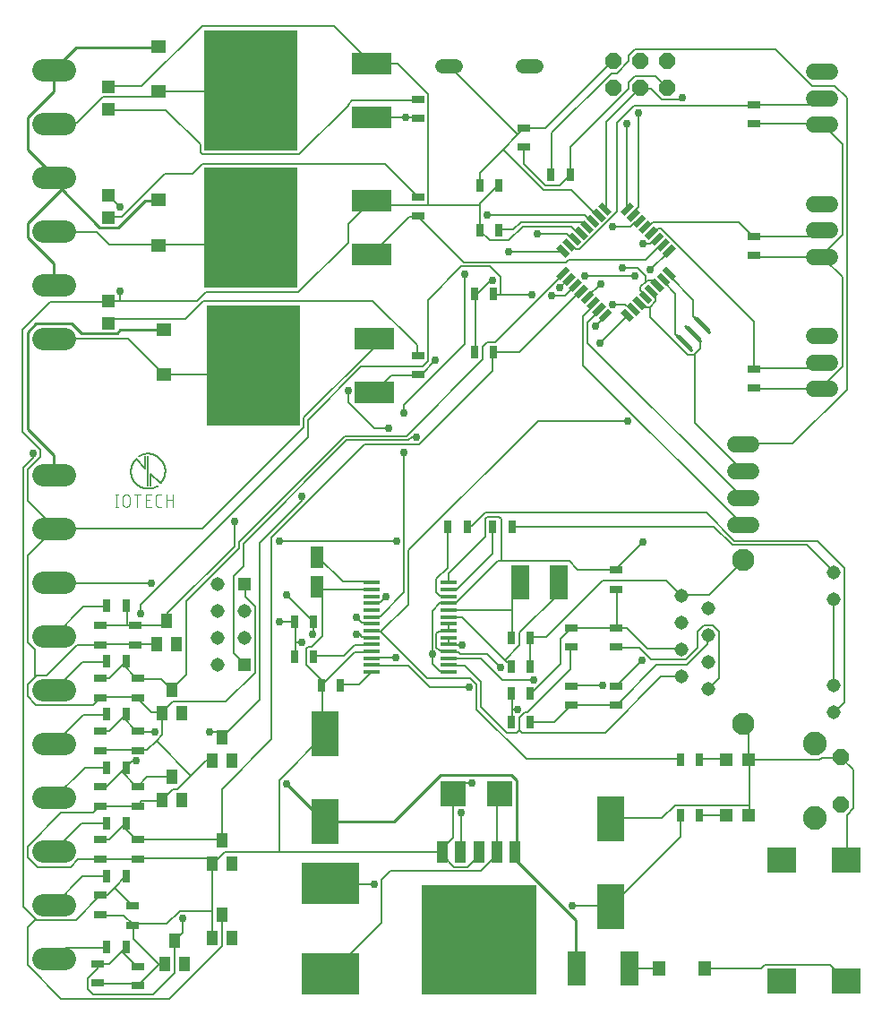
<source format=gbr>
G04 EAGLE Gerber RS-274X export*
G75*
%MOMM*%
%FSLAX34Y34*%
%LPD*%
%INTop Copper*%
%IPPOS*%
%AMOC8*
5,1,8,0,0,1.08239X$1,22.5*%
G01*
%ADD10R,1.200000X1.200000*%
%ADD11R,1.270000X1.470000*%
%ADD12R,0.800000X1.200000*%
%ADD13R,1.780000X3.200000*%
%ADD14R,2.800000X2.400000*%
%ADD15R,1.200000X0.800000*%
%ADD16R,1.470000X1.270000*%
%ADD17R,3.810000X2.082800*%
%ADD18R,8.890000X11.430000*%
%ADD19R,1.308000X1.308000*%
%ADD20C,1.308000*%
%ADD21C,2.095500*%
%ADD22R,1.500000X0.400000*%
%ADD23R,1.700000X3.300000*%
%ADD24R,1.200000X2.000000*%
%ADD25C,2.100000*%
%ADD26C,1.524000*%
%ADD27R,1.270000X0.558800*%
%ADD28R,0.558800X1.270000*%
%ADD29C,0.450000*%
%ADD30C,0.254000*%
%ADD31R,2.500000X4.300000*%
%ADD32R,5.500000X4.000000*%
%ADD33R,10.800000X10.410000*%
%ADD34R,1.066800X2.159000*%
%ADD35R,2.400000X2.400000*%
%ADD36C,0.127000*%
%ADD37C,0.101600*%
%ADD38P,1.649562X8X112.500000*%
%ADD39C,2.247900*%
%ADD40P,1.632244X8X22.500000*%
%ADD41R,1.000000X1.400000*%
%ADD42C,1.320800*%
%ADD43C,0.756400*%
%ADD44C,0.203200*%


D10*
X728000Y200000D03*
X707000Y200000D03*
D11*
X686500Y55000D03*
X643500Y55000D03*
D12*
X681500Y200000D03*
X663500Y200000D03*
D13*
X614900Y55000D03*
X565100Y55000D03*
D14*
X820000Y43000D03*
X820000Y157000D03*
X759000Y43000D03*
X759000Y157000D03*
D15*
X415000Y876500D03*
X415000Y858500D03*
D16*
X170000Y883500D03*
X170000Y926500D03*
D17*
X371400Y859600D03*
X371400Y910400D03*
D18*
X257100Y885000D03*
D15*
X732500Y621500D03*
X732500Y603500D03*
X732500Y746500D03*
X732500Y728500D03*
X415000Y784000D03*
X415000Y766000D03*
D16*
X170000Y738500D03*
X170000Y781500D03*
D17*
X371400Y729600D03*
X371400Y780400D03*
D18*
X257100Y755000D03*
D19*
X251125Y418250D03*
X251125Y342050D03*
D20*
X251125Y392850D03*
X251125Y367450D03*
X225725Y367450D03*
X225725Y392850D03*
X225725Y418250D03*
X225725Y342050D03*
D21*
X81278Y904500D02*
X60323Y904500D01*
X60323Y853700D02*
X81278Y853700D01*
X81278Y650500D02*
X60323Y650500D01*
X60323Y802900D02*
X81278Y802900D01*
X81278Y752100D02*
X60323Y752100D01*
X60323Y701300D02*
X81278Y701300D01*
D15*
X415000Y634000D03*
X415000Y616000D03*
D16*
X175000Y616000D03*
X175000Y659000D03*
D17*
X373900Y599600D03*
X373900Y650400D03*
D18*
X259600Y625000D03*
D15*
X732500Y871500D03*
X732500Y853500D03*
X115000Y361000D03*
X115000Y379000D03*
X115000Y311000D03*
X115000Y329000D03*
X115000Y261000D03*
X115000Y279000D03*
D22*
X371250Y419750D03*
X371250Y413250D03*
X371250Y406750D03*
X371250Y400250D03*
X371250Y393750D03*
X371250Y387250D03*
X371250Y380750D03*
X371250Y374250D03*
X371250Y367750D03*
X371250Y361250D03*
X371250Y354750D03*
X371250Y348250D03*
X371250Y341750D03*
X371250Y335250D03*
X443750Y335250D03*
X443750Y341750D03*
X443750Y348250D03*
X443750Y354750D03*
X443750Y361250D03*
X443750Y367750D03*
X443750Y374250D03*
X443750Y380750D03*
X443750Y387250D03*
X443750Y393750D03*
X443750Y400250D03*
X443750Y406750D03*
X443750Y413250D03*
X443750Y419750D03*
D12*
X316500Y350000D03*
X298500Y350000D03*
X316500Y382500D03*
X298500Y382500D03*
X341500Y322500D03*
X323500Y322500D03*
D23*
X511500Y420000D03*
X548500Y420000D03*
D12*
X503500Y340000D03*
X521500Y340000D03*
X503500Y367500D03*
X521500Y367500D03*
D15*
X560000Y358500D03*
X560000Y376500D03*
X602500Y358500D03*
X602500Y376500D03*
X602500Y303500D03*
X602500Y321500D03*
X560000Y303500D03*
X560000Y321500D03*
D12*
X521500Y315000D03*
X503500Y315000D03*
D15*
X602500Y431500D03*
X602500Y413500D03*
D12*
X521500Y287500D03*
X503500Y287500D03*
D24*
X320000Y444000D03*
X320000Y416000D03*
D12*
X504000Y472500D03*
X486000Y472500D03*
X461500Y472500D03*
X443500Y472500D03*
D25*
X722700Y285750D03*
X722700Y440650D03*
D20*
X808400Y429450D03*
X808400Y404050D03*
X808400Y322350D03*
X808400Y296950D03*
X664300Y407600D03*
X664300Y382200D03*
X664300Y356800D03*
X664300Y331400D03*
X689700Y395000D03*
X689700Y369600D03*
X689700Y344200D03*
X689700Y318800D03*
D26*
X714880Y550600D02*
X730120Y550600D01*
X730120Y525200D02*
X714880Y525200D01*
X714880Y499800D02*
X730120Y499800D01*
X730120Y474400D02*
X714880Y474400D01*
D15*
X515000Y831000D03*
X515000Y849000D03*
D12*
X473500Y795000D03*
X491500Y795000D03*
X473500Y752500D03*
X491500Y752500D03*
X663500Y252500D03*
X681500Y252500D03*
D10*
X728000Y252500D03*
X707000Y252500D03*
D27*
G36*
X610540Y678813D02*
X619519Y669834D01*
X615568Y665883D01*
X606589Y674862D01*
X610540Y678813D01*
G37*
G36*
X616197Y684470D02*
X625176Y675491D01*
X621225Y671540D01*
X612246Y680519D01*
X616197Y684470D01*
G37*
G36*
X621854Y690126D02*
X630833Y681147D01*
X626882Y677196D01*
X617903Y686175D01*
X621854Y690126D01*
G37*
G36*
X627511Y695783D02*
X636490Y686804D01*
X632539Y682853D01*
X623560Y691832D01*
X627511Y695783D01*
G37*
G36*
X633168Y701440D02*
X642147Y692461D01*
X638196Y688510D01*
X629217Y697489D01*
X633168Y701440D01*
G37*
G36*
X638825Y707097D02*
X647804Y698118D01*
X643853Y694167D01*
X634874Y703146D01*
X638825Y707097D01*
G37*
G36*
X644481Y712754D02*
X653460Y703775D01*
X649509Y699824D01*
X640530Y708803D01*
X644481Y712754D01*
G37*
G36*
X650138Y718411D02*
X659117Y709432D01*
X655166Y705481D01*
X646187Y714460D01*
X650138Y718411D01*
G37*
D28*
G36*
X655166Y739519D02*
X659117Y735568D01*
X650138Y726589D01*
X646187Y730540D01*
X655166Y739519D01*
G37*
G36*
X649509Y745176D02*
X653460Y741225D01*
X644481Y732246D01*
X640530Y736197D01*
X649509Y745176D01*
G37*
G36*
X643853Y750833D02*
X647804Y746882D01*
X638825Y737903D01*
X634874Y741854D01*
X643853Y750833D01*
G37*
G36*
X638196Y756490D02*
X642147Y752539D01*
X633168Y743560D01*
X629217Y747511D01*
X638196Y756490D01*
G37*
G36*
X632539Y762147D02*
X636490Y758196D01*
X627511Y749217D01*
X623560Y753168D01*
X632539Y762147D01*
G37*
G36*
X626882Y767804D02*
X630833Y763853D01*
X621854Y754874D01*
X617903Y758825D01*
X626882Y767804D01*
G37*
G36*
X621225Y773460D02*
X625176Y769509D01*
X616197Y760530D01*
X612246Y764481D01*
X621225Y773460D01*
G37*
G36*
X615568Y779117D02*
X619519Y775166D01*
X610540Y766187D01*
X606589Y770138D01*
X615568Y779117D01*
G37*
D27*
G36*
X589432Y779117D02*
X598411Y770138D01*
X594460Y766187D01*
X585481Y775166D01*
X589432Y779117D01*
G37*
G36*
X583775Y773460D02*
X592754Y764481D01*
X588803Y760530D01*
X579824Y769509D01*
X583775Y773460D01*
G37*
G36*
X578118Y767804D02*
X587097Y758825D01*
X583146Y754874D01*
X574167Y763853D01*
X578118Y767804D01*
G37*
G36*
X572461Y762147D02*
X581440Y753168D01*
X577489Y749217D01*
X568510Y758196D01*
X572461Y762147D01*
G37*
G36*
X566804Y756490D02*
X575783Y747511D01*
X571832Y743560D01*
X562853Y752539D01*
X566804Y756490D01*
G37*
G36*
X561147Y750833D02*
X570126Y741854D01*
X566175Y737903D01*
X557196Y746882D01*
X561147Y750833D01*
G37*
G36*
X555491Y745176D02*
X564470Y736197D01*
X560519Y732246D01*
X551540Y741225D01*
X555491Y745176D01*
G37*
G36*
X549834Y739519D02*
X558813Y730540D01*
X554862Y726589D01*
X545883Y735568D01*
X549834Y739519D01*
G37*
D28*
G36*
X554862Y718411D02*
X558813Y714460D01*
X549834Y705481D01*
X545883Y709432D01*
X554862Y718411D01*
G37*
G36*
X560519Y712754D02*
X564470Y708803D01*
X555491Y699824D01*
X551540Y703775D01*
X560519Y712754D01*
G37*
G36*
X566175Y707097D02*
X570126Y703146D01*
X561147Y694167D01*
X557196Y698118D01*
X566175Y707097D01*
G37*
G36*
X571832Y701440D02*
X575783Y697489D01*
X566804Y688510D01*
X562853Y692461D01*
X571832Y701440D01*
G37*
G36*
X577489Y695783D02*
X581440Y691832D01*
X572461Y682853D01*
X568510Y686804D01*
X577489Y695783D01*
G37*
G36*
X583146Y690126D02*
X587097Y686175D01*
X578118Y677196D01*
X574167Y681147D01*
X583146Y690126D01*
G37*
G36*
X588803Y684470D02*
X592754Y680519D01*
X583775Y671540D01*
X579824Y675491D01*
X588803Y684470D01*
G37*
G36*
X594460Y678813D02*
X598411Y674862D01*
X589432Y665883D01*
X585481Y669834D01*
X594460Y678813D01*
G37*
D12*
X559000Y805000D03*
X541000Y805000D03*
X486500Y692500D03*
X468500Y692500D03*
D29*
X661371Y651659D02*
X671659Y641371D01*
X680144Y649856D02*
X669856Y660144D01*
X678341Y668629D02*
X688629Y658341D01*
D30*
X666515Y646515D02*
X659331Y653699D01*
X666515Y646515D02*
X673699Y639331D01*
X683485Y663485D02*
X676301Y670669D01*
X683485Y663485D02*
X690669Y656301D01*
X675000Y655000D02*
X667816Y662184D01*
X675000Y655000D02*
X682184Y647816D01*
D12*
X486500Y637500D03*
X468500Y637500D03*
D31*
X327500Y193500D03*
X327500Y276500D03*
X597500Y113500D03*
X597500Y196500D03*
D32*
X332500Y135000D03*
X332500Y50000D03*
D33*
X472500Y82100D03*
D34*
X506536Y165412D03*
X489518Y165412D03*
X472500Y165412D03*
X455482Y165412D03*
X438464Y165412D03*
D35*
X492000Y220000D03*
X448000Y220000D03*
D36*
X160000Y511030D02*
X160000Y538970D01*
X162540Y522460D02*
X162540Y511030D01*
X171430Y513570D02*
X162540Y522460D01*
X157460Y527540D02*
X148570Y536430D01*
X157460Y538970D02*
X157460Y527540D01*
X151110Y538971D02*
X151449Y539180D01*
X151793Y539381D01*
X152142Y539574D01*
X152495Y539758D01*
X152853Y539933D01*
X153215Y540100D01*
X153581Y540258D01*
X153951Y540407D01*
X154324Y540546D01*
X154701Y540677D01*
X155080Y540798D01*
X155463Y540911D01*
X155848Y541013D01*
X156235Y541107D01*
X156625Y541191D01*
X157016Y541265D01*
X157409Y541330D01*
X157804Y541385D01*
X158200Y541431D01*
X158597Y541467D01*
X158995Y541493D01*
X159393Y541510D01*
X159791Y541517D01*
X160190Y541514D01*
X160588Y541501D01*
X160986Y541479D01*
X161383Y541447D01*
X161780Y541406D01*
X162175Y541355D01*
X162569Y541294D01*
X162961Y541224D01*
X163351Y541144D01*
X163740Y541054D01*
X164126Y540955D01*
X164509Y540847D01*
X164890Y540730D01*
X165268Y540603D01*
X165643Y540467D01*
X166014Y540322D01*
X166382Y540168D01*
X166745Y540005D01*
X167105Y539833D01*
X167460Y539653D01*
X167811Y539464D01*
X168157Y539267D01*
X168499Y539061D01*
X168835Y538847D01*
X169165Y538624D01*
X169491Y538394D01*
X169810Y538156D01*
X170124Y537910D01*
X170432Y537657D01*
X170733Y537396D01*
X171028Y537128D01*
X171316Y536853D01*
X171598Y536571D01*
X171872Y536282D01*
X172140Y535986D01*
X172400Y535684D01*
X172653Y535376D01*
X172898Y535062D01*
X173135Y534742D01*
X173365Y534416D01*
X173586Y534085D01*
X173800Y533748D01*
X174005Y533407D01*
X174202Y533060D01*
X174390Y532709D01*
X174570Y532353D01*
X174741Y531993D01*
X174903Y531629D01*
X175056Y531261D01*
X175200Y530890D01*
X175335Y530515D01*
X175461Y530137D01*
X175578Y529756D01*
X175685Y529372D01*
X175783Y528985D01*
X175872Y528597D01*
X175951Y528206D01*
X176021Y527814D01*
X176080Y527420D01*
X176131Y527025D01*
X176172Y526628D01*
X176203Y526231D01*
X176224Y525833D01*
X176236Y525435D01*
X176238Y525036D01*
X176230Y524638D01*
X176212Y524239D01*
X176185Y523842D01*
X176148Y523445D01*
X176102Y523049D01*
X176046Y522655D01*
X175980Y522261D01*
X175905Y521870D01*
X175820Y521481D01*
X175726Y521093D01*
X175622Y520709D01*
X175509Y520326D01*
X175387Y519947D01*
X175256Y519571D01*
X175115Y519198D01*
X174965Y518829D01*
X174807Y518463D01*
X174639Y518101D01*
X174463Y517744D01*
X174278Y517391D01*
X174085Y517042D01*
X173883Y516699D01*
X173673Y516360D01*
X173455Y516027D01*
X173229Y515699D01*
X172994Y515376D01*
X172752Y515060D01*
X172503Y514749D01*
X172245Y514445D01*
X171981Y514146D01*
X171709Y513855D01*
X171430Y513570D01*
X168890Y511029D02*
X168551Y510820D01*
X168207Y510619D01*
X167858Y510426D01*
X167505Y510242D01*
X167147Y510067D01*
X166785Y509900D01*
X166419Y509742D01*
X166049Y509593D01*
X165676Y509454D01*
X165299Y509323D01*
X164920Y509202D01*
X164537Y509089D01*
X164152Y508987D01*
X163765Y508893D01*
X163375Y508809D01*
X162984Y508735D01*
X162591Y508670D01*
X162196Y508615D01*
X161800Y508569D01*
X161403Y508533D01*
X161005Y508507D01*
X160607Y508490D01*
X160209Y508483D01*
X159810Y508486D01*
X159412Y508499D01*
X159014Y508521D01*
X158617Y508553D01*
X158220Y508594D01*
X157825Y508645D01*
X157431Y508706D01*
X157039Y508776D01*
X156649Y508856D01*
X156260Y508946D01*
X155874Y509045D01*
X155491Y509153D01*
X155110Y509270D01*
X154732Y509397D01*
X154357Y509533D01*
X153986Y509678D01*
X153618Y509832D01*
X153255Y509995D01*
X152895Y510167D01*
X152540Y510347D01*
X152189Y510536D01*
X151843Y510733D01*
X151501Y510939D01*
X151165Y511153D01*
X150835Y511376D01*
X150509Y511606D01*
X150190Y511844D01*
X149876Y512090D01*
X149568Y512343D01*
X149267Y512604D01*
X148972Y512872D01*
X148684Y513147D01*
X148402Y513429D01*
X148128Y513718D01*
X147860Y514014D01*
X147600Y514316D01*
X147347Y514624D01*
X147102Y514938D01*
X146865Y515258D01*
X146635Y515584D01*
X146414Y515915D01*
X146200Y516252D01*
X145995Y516593D01*
X145798Y516940D01*
X145610Y517291D01*
X145430Y517647D01*
X145259Y518007D01*
X145097Y518371D01*
X144944Y518739D01*
X144800Y519110D01*
X144665Y519485D01*
X144539Y519863D01*
X144422Y520244D01*
X144315Y520628D01*
X144217Y521015D01*
X144128Y521403D01*
X144049Y521794D01*
X143979Y522186D01*
X143920Y522580D01*
X143869Y522975D01*
X143828Y523372D01*
X143797Y523769D01*
X143776Y524167D01*
X143764Y524565D01*
X143762Y524964D01*
X143770Y525362D01*
X143788Y525761D01*
X143815Y526158D01*
X143852Y526555D01*
X143898Y526951D01*
X143954Y527345D01*
X144020Y527739D01*
X144095Y528130D01*
X144180Y528519D01*
X144274Y528907D01*
X144378Y529291D01*
X144491Y529674D01*
X144613Y530053D01*
X144744Y530429D01*
X144885Y530802D01*
X145035Y531171D01*
X145193Y531537D01*
X145361Y531899D01*
X145537Y532256D01*
X145722Y532609D01*
X145915Y532958D01*
X146117Y533301D01*
X146327Y533640D01*
X146545Y533973D01*
X146771Y534301D01*
X147006Y534624D01*
X147248Y534940D01*
X147497Y535251D01*
X147755Y535555D01*
X148019Y535854D01*
X148291Y536145D01*
X148570Y536430D01*
D37*
X130056Y502902D02*
X130056Y491218D01*
X128758Y491218D02*
X131354Y491218D01*
X131354Y502902D02*
X128758Y502902D01*
X135955Y499656D02*
X135955Y494464D01*
X135954Y499656D02*
X135956Y499769D01*
X135962Y499882D01*
X135972Y499995D01*
X135986Y500108D01*
X136003Y500220D01*
X136025Y500331D01*
X136050Y500441D01*
X136080Y500551D01*
X136113Y500659D01*
X136150Y500766D01*
X136190Y500872D01*
X136235Y500976D01*
X136283Y501079D01*
X136334Y501180D01*
X136389Y501279D01*
X136447Y501376D01*
X136509Y501471D01*
X136574Y501564D01*
X136642Y501654D01*
X136713Y501742D01*
X136788Y501828D01*
X136865Y501911D01*
X136945Y501991D01*
X137028Y502068D01*
X137114Y502143D01*
X137202Y502214D01*
X137292Y502282D01*
X137385Y502347D01*
X137480Y502409D01*
X137577Y502467D01*
X137676Y502522D01*
X137777Y502573D01*
X137880Y502621D01*
X137984Y502666D01*
X138090Y502706D01*
X138197Y502743D01*
X138305Y502776D01*
X138415Y502806D01*
X138525Y502831D01*
X138636Y502853D01*
X138748Y502870D01*
X138861Y502884D01*
X138974Y502894D01*
X139087Y502900D01*
X139200Y502902D01*
X139313Y502900D01*
X139426Y502894D01*
X139539Y502884D01*
X139652Y502870D01*
X139764Y502853D01*
X139875Y502831D01*
X139985Y502806D01*
X140095Y502776D01*
X140203Y502743D01*
X140310Y502706D01*
X140416Y502666D01*
X140520Y502621D01*
X140623Y502573D01*
X140724Y502522D01*
X140823Y502467D01*
X140920Y502409D01*
X141015Y502347D01*
X141108Y502282D01*
X141198Y502214D01*
X141286Y502143D01*
X141372Y502068D01*
X141455Y501991D01*
X141535Y501911D01*
X141612Y501828D01*
X141687Y501742D01*
X141758Y501654D01*
X141826Y501564D01*
X141891Y501471D01*
X141953Y501376D01*
X142011Y501279D01*
X142066Y501180D01*
X142117Y501079D01*
X142165Y500976D01*
X142210Y500872D01*
X142250Y500766D01*
X142287Y500659D01*
X142320Y500551D01*
X142350Y500441D01*
X142375Y500331D01*
X142397Y500220D01*
X142414Y500108D01*
X142428Y499995D01*
X142438Y499882D01*
X142444Y499769D01*
X142446Y499656D01*
X142446Y494464D01*
X142444Y494351D01*
X142438Y494238D01*
X142428Y494125D01*
X142414Y494012D01*
X142397Y493900D01*
X142375Y493789D01*
X142350Y493679D01*
X142320Y493569D01*
X142287Y493461D01*
X142250Y493354D01*
X142210Y493248D01*
X142165Y493144D01*
X142117Y493041D01*
X142066Y492940D01*
X142011Y492841D01*
X141953Y492744D01*
X141891Y492649D01*
X141826Y492556D01*
X141758Y492466D01*
X141687Y492378D01*
X141612Y492292D01*
X141535Y492209D01*
X141455Y492129D01*
X141372Y492052D01*
X141286Y491977D01*
X141198Y491906D01*
X141108Y491838D01*
X141015Y491773D01*
X140920Y491711D01*
X140823Y491653D01*
X140724Y491598D01*
X140623Y491547D01*
X140520Y491499D01*
X140416Y491454D01*
X140310Y491414D01*
X140203Y491377D01*
X140095Y491344D01*
X139985Y491314D01*
X139875Y491289D01*
X139764Y491267D01*
X139652Y491250D01*
X139539Y491236D01*
X139426Y491226D01*
X139313Y491220D01*
X139200Y491218D01*
X139087Y491220D01*
X138974Y491226D01*
X138861Y491236D01*
X138748Y491250D01*
X138636Y491267D01*
X138525Y491289D01*
X138415Y491314D01*
X138305Y491344D01*
X138197Y491377D01*
X138090Y491414D01*
X137984Y491454D01*
X137880Y491499D01*
X137777Y491547D01*
X137676Y491598D01*
X137577Y491653D01*
X137480Y491711D01*
X137385Y491773D01*
X137292Y491838D01*
X137202Y491906D01*
X137114Y491977D01*
X137028Y492052D01*
X136945Y492129D01*
X136865Y492209D01*
X136788Y492292D01*
X136713Y492378D01*
X136642Y492466D01*
X136574Y492556D01*
X136509Y492649D01*
X136447Y492744D01*
X136389Y492841D01*
X136334Y492940D01*
X136283Y493041D01*
X136235Y493144D01*
X136190Y493248D01*
X136150Y493354D01*
X136113Y493461D01*
X136080Y493569D01*
X136050Y493679D01*
X136025Y493789D01*
X136003Y493900D01*
X135986Y494012D01*
X135972Y494125D01*
X135962Y494238D01*
X135956Y494351D01*
X135954Y494464D01*
X149868Y491218D02*
X149868Y502902D01*
X146623Y502902D02*
X153114Y502902D01*
X157694Y491218D02*
X162887Y491218D01*
X157694Y491218D02*
X157694Y502902D01*
X162887Y502902D01*
X161589Y497709D02*
X157694Y497709D01*
X169760Y491218D02*
X172356Y491218D01*
X169760Y491218D02*
X169661Y491220D01*
X169561Y491226D01*
X169462Y491235D01*
X169364Y491248D01*
X169266Y491265D01*
X169168Y491286D01*
X169072Y491311D01*
X168977Y491339D01*
X168883Y491371D01*
X168790Y491406D01*
X168698Y491445D01*
X168608Y491488D01*
X168520Y491533D01*
X168433Y491583D01*
X168349Y491635D01*
X168266Y491691D01*
X168186Y491749D01*
X168108Y491811D01*
X168033Y491876D01*
X167960Y491944D01*
X167890Y492014D01*
X167822Y492087D01*
X167757Y492162D01*
X167695Y492240D01*
X167637Y492320D01*
X167581Y492403D01*
X167529Y492487D01*
X167479Y492574D01*
X167434Y492662D01*
X167391Y492752D01*
X167352Y492844D01*
X167317Y492937D01*
X167285Y493031D01*
X167257Y493126D01*
X167232Y493222D01*
X167211Y493320D01*
X167194Y493418D01*
X167181Y493516D01*
X167172Y493615D01*
X167166Y493715D01*
X167164Y493814D01*
X167163Y493814D02*
X167163Y500306D01*
X167164Y500306D02*
X167166Y500405D01*
X167172Y500505D01*
X167181Y500604D01*
X167194Y500702D01*
X167211Y500800D01*
X167232Y500898D01*
X167257Y500994D01*
X167285Y501089D01*
X167317Y501183D01*
X167352Y501276D01*
X167391Y501368D01*
X167434Y501458D01*
X167479Y501546D01*
X167529Y501633D01*
X167581Y501717D01*
X167637Y501800D01*
X167695Y501880D01*
X167757Y501958D01*
X167822Y502033D01*
X167890Y502106D01*
X167960Y502176D01*
X168033Y502244D01*
X168108Y502309D01*
X168186Y502371D01*
X168266Y502429D01*
X168349Y502485D01*
X168433Y502537D01*
X168520Y502587D01*
X168608Y502632D01*
X168698Y502675D01*
X168790Y502714D01*
X168882Y502749D01*
X168977Y502781D01*
X169072Y502809D01*
X169168Y502834D01*
X169266Y502855D01*
X169364Y502872D01*
X169462Y502885D01*
X169561Y502894D01*
X169661Y502900D01*
X169760Y502902D01*
X172356Y502902D01*
X177103Y502902D02*
X177103Y491218D01*
X177103Y497709D02*
X183594Y497709D01*
X183594Y502902D02*
X183594Y491218D01*
D38*
X814946Y209894D03*
X814946Y255106D03*
D39*
X790054Y197448D03*
X790054Y267552D03*
D26*
X789880Y652500D02*
X805120Y652500D01*
X805120Y627500D02*
X789880Y627500D01*
X789880Y602500D02*
X805120Y602500D01*
X805120Y777500D02*
X789880Y777500D01*
X789880Y752500D02*
X805120Y752500D01*
X805120Y727500D02*
X789880Y727500D01*
X789880Y902500D02*
X805120Y902500D01*
X805120Y877500D02*
X789880Y877500D01*
X789880Y852500D02*
X805120Y852500D01*
D21*
X81278Y521100D02*
X60323Y521100D01*
X60323Y470300D02*
X81278Y470300D01*
X81278Y63900D02*
X60323Y63900D01*
X60323Y419500D02*
X81278Y419500D01*
X81278Y368700D02*
X60323Y368700D01*
X60323Y114700D02*
X81278Y114700D01*
X81278Y317900D02*
X60323Y317900D01*
X60323Y267100D02*
X81278Y267100D01*
X81278Y165500D02*
X60323Y165500D01*
X60323Y216300D02*
X81278Y216300D01*
D15*
X115000Y208500D03*
X115000Y226500D03*
X115000Y158500D03*
X115000Y176500D03*
X115000Y106000D03*
X115000Y124000D03*
X112500Y41000D03*
X112500Y59000D03*
D40*
X599600Y887300D03*
X599600Y912700D03*
X625000Y887300D03*
X625000Y912700D03*
X650400Y887300D03*
X650400Y912700D03*
D10*
X122500Y685500D03*
X122500Y664500D03*
X122500Y888000D03*
X122500Y867000D03*
X122500Y785500D03*
X122500Y764500D03*
D12*
X139000Y397500D03*
X121000Y397500D03*
D15*
X147500Y379000D03*
X147500Y361000D03*
D41*
X177500Y383500D03*
X187000Y361500D03*
X168000Y361500D03*
D12*
X139000Y345000D03*
X121000Y345000D03*
D15*
X150000Y329000D03*
X150000Y311000D03*
D41*
X182500Y318500D03*
X192000Y296500D03*
X173000Y296500D03*
D12*
X139000Y295000D03*
X121000Y295000D03*
D15*
X150000Y279000D03*
X150000Y261000D03*
D41*
X230000Y273500D03*
X239500Y251500D03*
X220500Y251500D03*
D12*
X139000Y245000D03*
X121000Y245000D03*
D15*
X150000Y226500D03*
X150000Y208500D03*
D41*
X182500Y236000D03*
X192000Y214000D03*
X173000Y214000D03*
D12*
X139000Y192500D03*
X121000Y192500D03*
D15*
X150000Y176500D03*
X150000Y158500D03*
D41*
X230000Y176000D03*
X239500Y154000D03*
X220500Y154000D03*
D12*
X139000Y142500D03*
X121000Y142500D03*
D15*
X145000Y114000D03*
X145000Y96000D03*
D41*
X230000Y106000D03*
X239500Y84000D03*
X220500Y84000D03*
D12*
X139000Y75000D03*
X121000Y75000D03*
D15*
X150000Y56500D03*
X150000Y38500D03*
D41*
X185000Y81000D03*
X194500Y59000D03*
X175500Y59000D03*
D42*
X513996Y907500D02*
X527204Y907500D01*
X451004Y907500D02*
X437796Y907500D01*
D30*
X507189Y165321D02*
X507189Y158178D01*
X564337Y101030D01*
X564337Y55107D01*
X507189Y165321D02*
X506536Y165412D01*
X564337Y55107D02*
X565100Y55000D01*
X392893Y193895D02*
X327581Y193895D01*
X392893Y193895D02*
X436774Y237777D01*
X503107Y237777D01*
X508209Y232674D01*
X508209Y165321D01*
X327581Y193895D02*
X327500Y193500D01*
X506536Y165412D02*
X508209Y165321D01*
X174506Y658223D02*
X133686Y658223D01*
X130624Y655161D01*
X96948Y655161D01*
X87763Y664346D01*
X54087Y664346D01*
X45923Y656182D01*
X45923Y564337D01*
X70415Y539845D01*
X70415Y521476D01*
X174506Y658223D02*
X175000Y659000D01*
X70415Y521476D02*
X70800Y521100D01*
X91845Y925594D02*
X169403Y925594D01*
X91845Y925594D02*
X71435Y905184D01*
X169403Y925594D02*
X170000Y926500D01*
X71435Y905184D02*
X70800Y904500D01*
X157157Y780683D02*
X169403Y780683D01*
X157157Y780683D02*
X131645Y755170D01*
X114296Y755170D01*
X78068Y791398D02*
X71435Y798031D01*
X78068Y791398D02*
X114296Y755170D01*
X71435Y798031D02*
X71435Y802113D01*
X169403Y780683D02*
X170000Y781500D01*
X71435Y802113D02*
X70800Y802900D01*
X70415Y721494D02*
X70415Y702104D01*
X70415Y721494D02*
X45923Y745986D01*
X45923Y759252D01*
X78068Y791398D01*
X70415Y702104D02*
X70800Y701300D01*
X70415Y883753D02*
X70415Y904163D01*
X70415Y883753D02*
X45923Y859261D01*
X45923Y828646D01*
X70415Y804154D01*
X70415Y904163D02*
X70800Y904500D01*
X70415Y804154D02*
X70800Y802900D01*
X290843Y229613D02*
X326560Y193895D01*
X327500Y193500D01*
D43*
X290843Y229613D03*
D44*
X808236Y322478D02*
X808236Y403098D01*
X808400Y404050D01*
X808236Y322478D02*
X808400Y322350D01*
X820482Y200018D02*
X820482Y157157D01*
X820482Y200018D02*
X826605Y206141D01*
X826605Y242879D01*
X815380Y254105D01*
X820482Y157157D02*
X820000Y157000D01*
X815380Y254105D02*
X814946Y255106D01*
X728637Y252064D02*
X728637Y209203D01*
X728637Y200018D01*
X728000Y200000D01*
X728637Y252064D02*
X728000Y252500D01*
X442897Y355134D02*
X435754Y355134D01*
X432692Y358196D01*
X432692Y371462D01*
X434733Y373503D01*
X442897Y373503D01*
X442897Y355134D02*
X443750Y354750D01*
X442897Y373503D02*
X443750Y374250D01*
X443918Y374524D02*
X443918Y380647D01*
X443750Y380750D01*
X443918Y374524D02*
X443750Y374250D01*
X504127Y314314D02*
X504127Y300027D01*
X504127Y287781D01*
X503500Y287500D01*
X504127Y314314D02*
X503500Y315000D01*
X504127Y300027D02*
X509230Y300027D01*
X453102Y354114D02*
X443918Y354114D01*
X453102Y354114D02*
X455143Y352073D01*
X480656Y352073D01*
X492902Y339827D01*
X443918Y354114D02*
X443750Y354750D01*
X727617Y281658D02*
X727617Y253084D01*
X727617Y281658D02*
X723535Y285740D01*
X727617Y253084D02*
X728000Y252500D01*
X723535Y285740D02*
X722700Y285750D01*
X645977Y196957D02*
X598013Y196957D01*
X645977Y196957D02*
X658223Y209203D01*
X728637Y209203D01*
X598013Y196957D02*
X597500Y196500D01*
X797011Y254105D02*
X814359Y254105D01*
X797011Y254105D02*
X794970Y252064D01*
X729658Y252064D01*
X814359Y254105D02*
X814946Y255106D01*
X729658Y252064D02*
X728000Y252500D01*
X521476Y340847D02*
X521476Y367380D01*
X521476Y340847D02*
X521500Y340000D01*
X521476Y367380D02*
X521500Y367500D01*
X522496Y368401D02*
X536783Y368401D01*
X589849Y421467D01*
X650059Y421467D01*
X663325Y408200D01*
X522496Y368401D02*
X521500Y367500D01*
X663325Y408200D02*
X664300Y407600D01*
X627608Y682715D02*
X624546Y682715D01*
X627608Y682715D02*
X630669Y679653D01*
X633731Y679653D01*
X634241Y680163D02*
X639854Y685776D01*
X634241Y680163D02*
X633731Y679653D01*
X639854Y685776D02*
X639854Y690879D01*
X635772Y694961D01*
X624368Y683661D02*
X624546Y682715D01*
X635682Y694975D02*
X635772Y694961D01*
X681694Y646997D02*
X681694Y640874D01*
X676081Y635261D02*
X675571Y634751D01*
X676081Y635261D02*
X681694Y640874D01*
X675571Y634751D02*
X670469Y634751D01*
X634751Y670469D01*
X634751Y679653D01*
X675000Y655000D02*
X681694Y646997D01*
X634751Y679653D02*
X634241Y680163D01*
X676592Y634751D02*
X676592Y570460D01*
X721494Y525558D01*
X676592Y634751D02*
X676081Y635261D01*
X721494Y525558D02*
X722500Y525200D01*
X690879Y408200D02*
X664346Y408200D01*
X690879Y408200D02*
X722514Y439836D01*
X664346Y408200D02*
X664300Y407600D01*
X722514Y439836D02*
X722700Y440650D01*
X324519Y413303D02*
X322478Y413303D01*
X324519Y413303D02*
X370442Y413303D01*
X322478Y413303D02*
X320437Y415344D01*
X370442Y413303D02*
X371250Y413250D01*
X320437Y415344D02*
X320000Y416000D01*
X324519Y322478D02*
X324519Y278597D01*
X326560Y276556D01*
X324519Y322478D02*
X323500Y322500D01*
X326560Y276556D02*
X327500Y276500D01*
X355134Y354114D02*
X370442Y354114D01*
X355134Y354114D02*
X324519Y323499D01*
X370442Y354114D02*
X371250Y354750D01*
X324519Y323499D02*
X323500Y322500D01*
X324519Y369421D02*
X324519Y413303D01*
X324519Y369421D02*
X314314Y359216D01*
X311253Y359216D01*
X309212Y357175D01*
X309212Y341868D01*
X325540Y325540D01*
X324519Y413303D02*
X320000Y416000D01*
X325540Y325540D02*
X323500Y322500D01*
X136747Y105112D02*
X115317Y105112D01*
X136747Y105112D02*
X144911Y96948D01*
X115317Y105112D02*
X115000Y106000D01*
X144911Y96948D02*
X145000Y96000D01*
X146952Y40820D02*
X113276Y40820D01*
X146952Y40820D02*
X148993Y38779D01*
X113276Y40820D02*
X112500Y41000D01*
X148993Y38779D02*
X150000Y38500D01*
X169403Y58169D02*
X170424Y58169D01*
X174506Y58169D01*
X169403Y58169D02*
X150014Y38779D01*
X174506Y58169D02*
X175500Y59000D01*
X150014Y38779D02*
X150000Y38500D01*
X145932Y82661D02*
X145932Y95927D01*
X145932Y82661D02*
X170424Y58169D01*
X145932Y95927D02*
X145000Y96000D01*
X438815Y161239D02*
X438815Y165321D01*
X438815Y161239D02*
X449020Y151034D01*
X462287Y151034D01*
X472492Y161239D01*
X472492Y165321D01*
X438815Y165321D02*
X438464Y165412D01*
X472492Y165321D02*
X472500Y165412D01*
X448000Y178588D02*
X448000Y219408D01*
X448000Y178588D02*
X438815Y169403D01*
X438815Y166342D01*
X448000Y219408D02*
X448000Y220000D01*
X438815Y166342D02*
X438464Y165412D01*
X148993Y158178D02*
X115317Y158178D01*
X115000Y158500D01*
X148993Y158178D02*
X150000Y158500D01*
X220428Y153075D02*
X220428Y109194D01*
X220428Y84702D01*
X220500Y84000D01*
X220428Y153075D02*
X220500Y154000D01*
X215326Y159198D02*
X150014Y159198D01*
X215326Y159198D02*
X220428Y154096D01*
X150000Y158500D02*
X150014Y159198D01*
X220428Y154096D02*
X220500Y154000D01*
X232674Y165321D02*
X283699Y165321D01*
X437795Y165321D01*
X232674Y165321D02*
X221449Y154096D01*
X437795Y165321D02*
X438464Y165412D01*
X221449Y154096D02*
X220500Y154000D01*
X177567Y96948D02*
X145932Y96948D01*
X177567Y96948D02*
X189813Y109194D01*
X220428Y109194D01*
X145932Y96948D02*
X145000Y96000D01*
X283699Y232674D02*
X326560Y275535D01*
X283699Y232674D02*
X283699Y165321D01*
X326560Y275535D02*
X327500Y276500D01*
X154096Y888856D02*
X123481Y888856D01*
X154096Y888856D02*
X211244Y946004D01*
X335745Y946004D01*
X370442Y911307D01*
X123481Y888856D02*
X122500Y888000D01*
X370442Y911307D02*
X371400Y910400D01*
X473512Y777621D02*
X473512Y776601D01*
X473512Y753129D01*
X473512Y777621D02*
X490861Y794970D01*
X473512Y753129D02*
X473500Y752500D01*
X490861Y794970D02*
X491500Y795000D01*
X566378Y750068D02*
X568419Y750068D01*
X566378Y750068D02*
X560255Y756191D01*
X514332Y756191D01*
X501066Y742924D01*
X482697Y742924D01*
X473512Y752109D01*
X568419Y750068D02*
X569318Y750025D01*
X473512Y752109D02*
X473500Y752500D01*
X206141Y685776D02*
X133686Y685776D01*
X123481Y685776D01*
X206141Y685776D02*
X214305Y693940D01*
X302068Y693940D01*
X349011Y740883D01*
X349011Y758232D01*
X370442Y779662D01*
X123481Y685776D02*
X122500Y685500D01*
X370442Y779662D02*
X371400Y780400D01*
X133686Y774560D02*
X123481Y784765D01*
X133686Y694961D02*
X133686Y685776D01*
X123481Y784765D02*
X122500Y785500D01*
X374524Y776601D02*
X424528Y776601D01*
X473512Y776601D01*
X374524Y776601D02*
X371462Y779662D01*
X371400Y780400D01*
X371462Y910286D02*
X395954Y910286D01*
X424528Y881712D01*
X424528Y776601D01*
X371462Y910286D02*
X371400Y910400D01*
X148993Y208182D02*
X115317Y208182D01*
X115000Y208500D01*
X148993Y208182D02*
X150000Y208500D01*
X154096Y213285D02*
X172465Y213285D01*
X154096Y213285D02*
X150014Y209203D01*
X172465Y213285D02*
X173000Y214000D01*
X150014Y209203D02*
X150000Y208500D01*
X214305Y251043D02*
X220428Y251043D01*
X200528Y237266D02*
X187772Y224510D01*
X200528Y237266D02*
X214305Y251043D01*
X187772Y224510D02*
X183690Y224510D01*
X173485Y214305D01*
X220428Y251043D02*
X220500Y251500D01*
X173485Y214305D02*
X173000Y214000D01*
X146952Y361257D02*
X115317Y361257D01*
X115000Y361000D01*
X146952Y361257D02*
X147500Y361000D01*
X147973Y361257D02*
X167362Y361257D01*
X168000Y361500D01*
X147973Y361257D02*
X147500Y361000D01*
X148993Y261248D02*
X115317Y261248D01*
X115000Y261000D01*
X148993Y261248D02*
X150000Y261000D01*
X148993Y311253D02*
X115317Y311253D01*
X115000Y311000D01*
X148993Y311253D02*
X150000Y311000D01*
X163280Y296966D02*
X172465Y296966D01*
X163280Y296966D02*
X150014Y310232D01*
X172465Y296966D02*
X173000Y296500D01*
X150014Y310232D02*
X150000Y311000D01*
X151034Y261248D02*
X159198Y261248D01*
X167872Y269922D02*
X173485Y275535D01*
X167872Y269922D02*
X159198Y261248D01*
X173485Y275535D02*
X173485Y295945D01*
X151034Y261248D02*
X150000Y261000D01*
X173485Y295945D02*
X173000Y296500D01*
X252064Y406159D02*
X252064Y417385D01*
X252064Y406159D02*
X261248Y396975D01*
X261248Y334724D01*
X233695Y307171D01*
X183690Y307171D01*
X173485Y296966D01*
X252064Y417385D02*
X251125Y418250D01*
X173485Y296966D02*
X173000Y296500D01*
X114296Y360237D02*
X92866Y360237D01*
X64292Y331663D01*
X54087Y331663D01*
X53576Y331152D02*
X45923Y323499D01*
X53576Y331152D02*
X54087Y331663D01*
X45923Y323499D02*
X45923Y312273D01*
X54087Y304109D01*
X108173Y304109D01*
X114296Y310232D01*
X114296Y360237D02*
X115000Y361000D01*
X115000Y311000D02*
X114296Y310232D01*
X167872Y269922D02*
X200528Y237266D01*
X373503Y641895D02*
X373503Y650059D01*
X373503Y641895D02*
X307171Y575562D01*
X307171Y566378D01*
X211244Y470451D01*
X71435Y470451D01*
X373503Y650059D02*
X373900Y650400D01*
X71435Y470451D02*
X70800Y470300D01*
X53066Y356155D02*
X53066Y331663D01*
X53066Y356155D02*
X45923Y363298D01*
X45923Y444938D01*
X70415Y469430D01*
X53066Y331663D02*
X53576Y331152D01*
X70415Y469430D02*
X70800Y470300D01*
X67353Y684756D02*
X122460Y684756D01*
X67353Y684756D02*
X40820Y658223D01*
X40820Y562296D01*
X58169Y544947D01*
X58169Y538824D01*
X45923Y526578D01*
X45923Y496984D01*
X71435Y471471D01*
X122460Y684756D02*
X122500Y685500D01*
X71435Y471471D02*
X70800Y470300D01*
X93886Y158178D02*
X114296Y158178D01*
X93886Y158178D02*
X86743Y151034D01*
X55107Y151034D01*
X45923Y160219D01*
X45923Y170424D01*
X77558Y202059D01*
X108173Y202059D01*
X114296Y208182D01*
X115000Y158500D02*
X114296Y158178D01*
X114296Y208182D02*
X115000Y208500D01*
X459225Y230633D02*
X466369Y230633D01*
X459225Y230633D02*
X449020Y220428D01*
X448000Y220000D01*
D43*
X509230Y300027D03*
X492902Y339827D03*
X133686Y774560D03*
X133686Y694961D03*
X466369Y230633D03*
D44*
X681694Y200018D02*
X706186Y200018D01*
X681694Y200018D02*
X681500Y200000D01*
X706186Y200018D02*
X707000Y200000D01*
X642915Y55107D02*
X615362Y55107D01*
X642915Y55107D02*
X643500Y55000D01*
X615362Y55107D02*
X614900Y55000D01*
X255125Y883753D02*
X170424Y883753D01*
X255125Y883753D02*
X256146Y884774D01*
X170424Y883753D02*
X170000Y883500D01*
X256146Y884774D02*
X257100Y885000D01*
X92866Y854159D02*
X71435Y854159D01*
X92866Y854159D02*
X117358Y878651D01*
X165321Y878651D01*
X169403Y882733D01*
X71435Y854159D02*
X70800Y853700D01*
X169403Y882733D02*
X170000Y883500D01*
X619444Y770478D02*
X619444Y767416D01*
X619444Y770478D02*
X623526Y774560D01*
X623526Y863343D01*
X619444Y767416D02*
X618711Y766995D01*
X370442Y381667D02*
X362278Y381667D01*
X357175Y386770D01*
X373503Y565357D02*
X387790Y565357D01*
X373503Y565357D02*
X349011Y589849D01*
X349011Y601075D01*
X370442Y381667D02*
X371250Y380750D01*
D43*
X623526Y863343D03*
X357175Y386770D03*
X387790Y565357D03*
X349011Y601075D03*
D44*
X146952Y379626D02*
X139809Y379626D01*
X115317Y379626D01*
X115000Y379000D01*
X146952Y379626D02*
X147500Y379000D01*
X139809Y379626D02*
X139809Y396975D01*
X139000Y397500D01*
X501066Y732719D02*
X552091Y732719D01*
X241859Y477594D02*
X241859Y454123D01*
X177567Y389831D01*
X177567Y383708D01*
X552091Y732719D02*
X552348Y733054D01*
X177567Y383708D02*
X177500Y383500D01*
X173485Y379626D02*
X147973Y379626D01*
X173485Y379626D02*
X176547Y382688D01*
X147973Y379626D02*
X147500Y379000D01*
X176547Y382688D02*
X177500Y383500D01*
D43*
X501066Y732719D03*
X241859Y477594D03*
D44*
X240838Y738842D02*
X170424Y738842D01*
X240838Y738842D02*
X256146Y754150D01*
X170424Y738842D02*
X170000Y738500D01*
X256146Y754150D02*
X257100Y755000D01*
X111235Y751088D02*
X71435Y751088D01*
X111235Y751088D02*
X123481Y738842D01*
X169403Y738842D01*
X71435Y751088D02*
X70800Y752100D01*
X169403Y738842D02*
X170000Y738500D01*
X582706Y662305D02*
X591890Y671489D01*
X384729Y406159D02*
X379626Y401057D01*
X371462Y401057D01*
X591890Y671489D02*
X591946Y672348D01*
X371462Y401057D02*
X371250Y400250D01*
D43*
X582706Y662305D03*
X384729Y406159D03*
D44*
X586788Y645977D02*
X612300Y671489D01*
X394934Y459225D02*
X283699Y459225D01*
X612300Y671489D02*
X613054Y672348D01*
D43*
X586788Y645977D03*
X394934Y459225D03*
X283699Y459225D03*
D44*
X615362Y678633D02*
X618423Y678633D01*
X615362Y678633D02*
X611280Y682715D01*
X599034Y682715D01*
X413303Y557193D02*
X409221Y557193D01*
X406159Y554132D01*
X347991Y554132D01*
X250023Y456164D01*
X250023Y434733D01*
X240838Y425549D01*
X240838Y353093D01*
X251043Y342888D01*
X618711Y678005D02*
X618423Y678633D01*
X251043Y342888D02*
X251125Y342050D01*
D43*
X599034Y682715D03*
X413303Y557193D03*
D44*
X414323Y615362D02*
X389831Y615362D01*
X374524Y600054D01*
X414323Y615362D02*
X415000Y616000D01*
X374524Y600054D02*
X373900Y599600D01*
X634751Y715371D02*
X652100Y732719D01*
X620464Y709248D02*
X572501Y709248D01*
X431672Y629649D02*
X418405Y616382D01*
X415344Y616382D01*
X652100Y732719D02*
X652652Y733054D01*
X415344Y616382D02*
X415000Y616000D01*
D43*
X634751Y715371D03*
X620464Y709248D03*
X572501Y709248D03*
X431672Y629649D03*
D44*
X414323Y765375D02*
X407180Y765375D01*
X371462Y729658D01*
X414323Y765375D02*
X415000Y766000D01*
X371462Y729658D02*
X371400Y729600D01*
X643936Y737822D02*
X645977Y737822D01*
X643936Y737822D02*
X630669Y724555D01*
X557193Y724555D01*
X555152Y722514D01*
X458205Y722514D01*
X415344Y765375D01*
X645977Y737822D02*
X646995Y738711D01*
X415344Y765375D02*
X415000Y766000D01*
X732719Y871507D02*
X791908Y871507D01*
X797011Y876610D01*
X732719Y871507D02*
X732500Y871500D01*
X797011Y876610D02*
X797500Y877500D01*
X561275Y737822D02*
X558214Y737822D01*
X561275Y737822D02*
X564337Y734760D01*
X567398Y734760D01*
X603116Y770478D01*
X603116Y854159D01*
X619444Y870487D01*
X731699Y870487D01*
X558005Y738711D02*
X558214Y737822D01*
X731699Y870487D02*
X732500Y871500D01*
X592911Y855179D02*
X592911Y773539D01*
X592911Y855179D02*
X624546Y886815D01*
X592911Y773539D02*
X591946Y772652D01*
X624546Y886815D02*
X625000Y887300D01*
X663325Y253084D02*
X517394Y253084D01*
X470451Y300027D01*
X470451Y323499D01*
X464328Y329622D01*
X423508Y329622D01*
X380136Y372993D02*
X379626Y373503D01*
X380136Y372993D02*
X423508Y329622D01*
X379626Y373503D02*
X371462Y373503D01*
X663325Y253084D02*
X663500Y252500D01*
X371462Y373503D02*
X371250Y374250D01*
X625567Y886815D02*
X635772Y886815D01*
X645977Y876610D01*
X664346Y876610D01*
X665366Y877630D01*
X613321Y572501D02*
X528619Y572501D01*
X406159Y450041D01*
X406159Y399016D01*
X380136Y372993D01*
X625567Y886815D02*
X625000Y887300D01*
D43*
X665366Y877630D03*
X613321Y572501D03*
D44*
X612300Y773539D02*
X612300Y853138D01*
X612300Y773539D02*
X613054Y772652D01*
X379626Y387790D02*
X371462Y387790D01*
X379626Y387790D02*
X402077Y410241D01*
X402077Y542906D01*
X402077Y579644D02*
X402077Y587808D01*
X459225Y644956D01*
X459225Y711289D01*
X371462Y387790D02*
X371250Y387250D01*
D43*
X612300Y853138D03*
X402077Y542906D03*
X402077Y579644D03*
X459225Y711289D03*
D44*
X316355Y381667D02*
X316355Y371462D01*
X315335Y370442D01*
X357175Y370442D02*
X360237Y370442D01*
X362278Y368401D01*
X370442Y368401D01*
X316355Y381667D02*
X316500Y382500D01*
X370442Y368401D02*
X371250Y367750D01*
X621485Y761293D02*
X623526Y761293D01*
X621485Y761293D02*
X616382Y756191D01*
X599034Y756191D01*
X290843Y408200D02*
X316355Y382688D01*
X623526Y761293D02*
X624368Y761339D01*
X316355Y382688D02*
X316500Y382500D01*
D43*
X315335Y370442D03*
X357175Y370442D03*
X599034Y756191D03*
X290843Y408200D03*
D44*
X371462Y859261D02*
X403098Y859261D01*
X414323Y859261D01*
X415000Y858500D01*
X371462Y859261D02*
X371400Y859600D01*
X638833Y743945D02*
X640874Y743945D01*
X638833Y743945D02*
X634751Y739863D01*
X627608Y739863D01*
X640874Y743945D02*
X641339Y744368D01*
D43*
X627608Y739863D03*
X403098Y859261D03*
D44*
X732719Y622505D02*
X792929Y622505D01*
X797011Y626587D01*
X732719Y622505D02*
X732500Y621500D01*
X797011Y626587D02*
X797500Y627500D01*
X637813Y750068D02*
X635772Y750068D01*
X637813Y750068D02*
X641895Y754150D01*
X644956Y754150D01*
X732719Y666387D01*
X732719Y623526D01*
X635772Y750068D02*
X635682Y750025D01*
X732719Y623526D02*
X732500Y621500D01*
X732719Y747006D02*
X791908Y747006D01*
X797011Y752109D01*
X732719Y747006D02*
X732500Y746500D01*
X797011Y752109D02*
X797500Y752500D01*
X632710Y756191D02*
X630669Y756191D01*
X632710Y756191D02*
X636792Y760273D01*
X718432Y760273D01*
X731699Y747006D01*
X630669Y756191D02*
X630025Y755682D01*
X731699Y747006D02*
X732500Y746500D01*
X123481Y279617D02*
X115317Y279617D01*
X123481Y279617D02*
X138788Y294925D01*
X115317Y279617D02*
X115000Y279000D01*
X138788Y294925D02*
X139000Y295000D01*
X136747Y291863D02*
X148993Y279617D01*
X150000Y279000D01*
X136747Y291863D02*
X139000Y295000D01*
X549029Y698022D02*
X557193Y706186D01*
X305130Y501066D02*
X305130Y496984D01*
X265330Y457184D01*
X265330Y309212D01*
X230633Y274515D01*
X557193Y706186D02*
X558005Y706289D01*
X230633Y274515D02*
X230000Y273500D01*
X166342Y278597D02*
X150014Y278597D01*
X218387Y278597D02*
X225531Y278597D01*
X229613Y274515D01*
X150014Y278597D02*
X150000Y279000D01*
X229613Y274515D02*
X230000Y273500D01*
D43*
X549029Y698022D03*
X305130Y501066D03*
X166342Y278597D03*
X218387Y278597D03*
D44*
X123481Y329622D02*
X115317Y329622D01*
X123481Y329622D02*
X138788Y344929D01*
X115317Y329622D02*
X115000Y329000D01*
X138788Y344929D02*
X139000Y345000D01*
X136747Y341868D02*
X148993Y329622D01*
X150000Y329000D01*
X136747Y341868D02*
X139000Y345000D01*
X487799Y646997D02*
X552091Y711289D01*
X487799Y646997D02*
X480656Y646997D01*
X476574Y642915D01*
X476574Y630669D01*
X404118Y558214D01*
X345950Y558214D01*
X245941Y458205D01*
X245941Y452082D01*
X195936Y402077D01*
X195936Y332683D01*
X182670Y319417D01*
X552091Y711289D02*
X552348Y711946D01*
X182670Y319417D02*
X182500Y318500D01*
X172465Y328601D02*
X150014Y328601D01*
X172465Y328601D02*
X181649Y319417D01*
X150014Y328601D02*
X150000Y329000D01*
X181649Y319417D02*
X182500Y318500D01*
X175526Y616382D02*
X251043Y616382D01*
X259207Y624546D01*
X175526Y616382D02*
X175000Y616000D01*
X259207Y624546D02*
X259600Y625000D01*
X140829Y650059D02*
X71435Y650059D01*
X140829Y650059D02*
X174506Y616382D01*
X71435Y650059D02*
X70800Y650500D01*
X174506Y616382D02*
X175000Y616000D01*
X732719Y603116D02*
X797011Y603116D01*
X732719Y603116D02*
X732500Y603500D01*
X797011Y603116D02*
X797500Y602500D01*
X797011Y727617D02*
X732719Y727617D01*
X732500Y728500D01*
X797011Y727617D02*
X797500Y727500D01*
X816400Y623526D02*
X797011Y604136D01*
X816400Y623526D02*
X816400Y708227D01*
X798031Y726596D01*
X797011Y604136D02*
X797500Y602500D01*
X798031Y726596D02*
X797500Y727500D01*
X797011Y853138D02*
X732719Y853138D01*
X732500Y853500D01*
X797011Y853138D02*
X797500Y852500D01*
X816400Y748027D02*
X797011Y728637D01*
X816400Y748027D02*
X816400Y833749D01*
X798031Y852118D01*
X797011Y728637D02*
X797500Y727500D01*
X798031Y852118D02*
X797500Y852500D01*
X299007Y381667D02*
X299007Y363298D01*
X299007Y350032D01*
X298500Y350000D01*
X299007Y381667D02*
X298500Y382500D01*
X297986Y382688D02*
X283699Y382688D01*
X297986Y382688D02*
X298500Y382500D01*
X163280Y419426D02*
X71435Y419426D01*
X70800Y419500D01*
X663325Y198998D02*
X663325Y179608D01*
X598013Y114296D01*
X663325Y198998D02*
X663500Y200000D01*
X598013Y114296D02*
X597500Y113500D01*
X443918Y361257D02*
X443918Y367380D01*
X443918Y361257D02*
X443750Y361250D01*
X443918Y367380D02*
X443750Y367750D01*
X566378Y431672D02*
X602095Y431672D01*
X566378Y431672D02*
X558214Y439836D01*
X493922Y439836D02*
X490861Y439836D01*
X493922Y439836D02*
X558214Y439836D01*
X490861Y439836D02*
X452082Y401057D01*
X443918Y401057D01*
X602095Y431672D02*
X602500Y431500D01*
X443918Y401057D02*
X443750Y400250D01*
X442897Y335745D02*
X435754Y335745D01*
X428610Y342888D01*
X428610Y352073D02*
X428610Y392893D01*
X428610Y352073D02*
X428610Y342888D01*
X428610Y392893D02*
X435754Y400036D01*
X442897Y400036D01*
X442897Y335745D02*
X443750Y335250D01*
X442897Y400036D02*
X443750Y400250D01*
X443918Y420446D02*
X443918Y428610D01*
X478615Y463307D01*
X478615Y479635D01*
X480656Y481676D01*
X491881Y481676D01*
X493922Y479635D01*
X493922Y439836D01*
X443918Y420446D02*
X443750Y419750D01*
X443918Y360237D02*
X457184Y360237D01*
X443918Y360237D02*
X443750Y361250D01*
X456164Y202059D02*
X456164Y166342D01*
X455482Y165412D01*
X373503Y134706D02*
X332683Y134706D01*
X332500Y135000D01*
X561275Y114296D02*
X596993Y114296D01*
X597500Y113500D01*
X305130Y363298D02*
X299007Y363298D01*
X602095Y432692D02*
X627608Y458205D01*
X602095Y432692D02*
X602500Y431500D01*
D43*
X283699Y382688D03*
X163280Y419426D03*
X457184Y360237D03*
X428610Y352073D03*
X456164Y202059D03*
X373503Y134706D03*
X561275Y114296D03*
X305130Y363298D03*
X627608Y458205D03*
D44*
X694961Y472492D02*
X504127Y472492D01*
X694961Y472492D02*
X712309Y455143D01*
X782724Y455143D01*
X808236Y429631D01*
X504127Y472492D02*
X504000Y472500D01*
X808236Y429631D02*
X808400Y429450D01*
X466369Y473512D02*
X462287Y473512D01*
X466369Y473512D02*
X478615Y485758D01*
X687817Y485758D01*
X714350Y459225D01*
X792929Y459225D01*
X818441Y433713D01*
X818441Y306150D01*
X809257Y296966D01*
X462287Y473512D02*
X461500Y472500D01*
X808400Y296950D02*
X809257Y296966D01*
X370442Y420446D02*
X343909Y420446D01*
X320437Y443918D01*
X370442Y420446D02*
X371250Y419750D01*
X320437Y443918D02*
X320000Y444000D01*
X317376Y350032D02*
X344929Y350032D01*
X355134Y360237D01*
X370442Y360237D01*
X317376Y350032D02*
X316500Y350000D01*
X370442Y360237D02*
X371250Y361250D01*
X359216Y323499D02*
X341868Y323499D01*
X359216Y323499D02*
X370442Y334724D01*
X341868Y323499D02*
X341500Y322500D01*
X370442Y334724D02*
X371250Y335250D01*
X504127Y393913D02*
X504127Y412282D01*
X504127Y393913D02*
X504127Y368401D01*
X504127Y412282D02*
X511271Y419426D01*
X504127Y368401D02*
X503500Y367500D01*
X511271Y419426D02*
X511500Y420000D01*
X504127Y393913D02*
X443918Y393913D01*
X443750Y393750D01*
X457184Y386770D02*
X497494Y346460D01*
X503107Y340847D01*
X457184Y386770D02*
X443918Y386770D01*
X503107Y340847D02*
X503500Y340000D01*
X443918Y386770D02*
X443750Y387250D01*
X548009Y409221D02*
X548009Y419426D01*
X548009Y409221D02*
X511271Y372483D01*
X511271Y360237D01*
X497494Y346460D01*
X548009Y419426D02*
X548500Y420000D01*
X603116Y413303D02*
X603116Y376565D01*
X602500Y376500D01*
X603116Y413303D02*
X602500Y413500D01*
X550050Y342888D02*
X522496Y315335D01*
X550050Y342888D02*
X550050Y366360D01*
X559234Y375544D01*
X522496Y315335D02*
X521500Y315000D01*
X559234Y375544D02*
X560000Y376500D01*
X560255Y376565D02*
X602095Y376565D01*
X602500Y376500D01*
X560255Y376565D02*
X560000Y376500D01*
X631690Y357175D02*
X663325Y357175D01*
X631690Y357175D02*
X612300Y376565D01*
X604136Y376565D01*
X663325Y357175D02*
X664300Y356800D01*
X604136Y376565D02*
X602500Y376500D01*
X543927Y287781D02*
X522496Y287781D01*
X543927Y287781D02*
X559234Y303089D01*
X522496Y287781D02*
X521500Y287500D01*
X559234Y303089D02*
X560000Y303500D01*
X560255Y304109D02*
X602095Y304109D01*
X602500Y303500D01*
X560255Y304109D02*
X560000Y303500D01*
X688838Y361257D02*
X688838Y369421D01*
X688838Y361257D02*
X669448Y341868D01*
X640874Y341868D01*
X603116Y304109D01*
X688838Y369421D02*
X689700Y369600D01*
X603116Y304109D02*
X602500Y303500D01*
X603116Y358196D02*
X624546Y358196D01*
X635772Y346970D01*
X668428Y346970D01*
X679653Y358196D01*
X679653Y373503D01*
X685776Y379626D01*
X693940Y379626D01*
X700063Y373503D01*
X700063Y329622D01*
X689858Y319417D01*
X603116Y358196D02*
X602500Y358500D01*
X689858Y319417D02*
X689700Y318800D01*
X474533Y347991D02*
X443918Y347991D01*
X474533Y347991D02*
X494943Y327581D01*
X524537Y327581D01*
X443918Y347991D02*
X443750Y348250D01*
D43*
X524537Y327581D03*
D44*
X559234Y337786D02*
X559234Y358196D01*
X559234Y337786D02*
X518414Y296966D01*
X516373Y296966D01*
X511271Y291863D01*
X511271Y280638D01*
X510760Y280127D02*
X508209Y277576D01*
X510760Y280127D02*
X511271Y280638D01*
X508209Y277576D02*
X499025Y277576D01*
X474533Y302068D01*
X474533Y325540D01*
X459225Y340847D01*
X443918Y340847D01*
X559234Y358196D02*
X560000Y358500D01*
X443918Y340847D02*
X443750Y341750D01*
X644956Y330642D02*
X663325Y330642D01*
X644956Y330642D02*
X591890Y277576D01*
X513312Y277576D01*
X510760Y280127D01*
X663325Y330642D02*
X664300Y331400D01*
X626587Y345950D02*
X603116Y322478D01*
X602500Y321500D01*
X393913Y349011D02*
X371462Y349011D01*
X371250Y348250D01*
D43*
X626587Y345950D03*
X393913Y349011D03*
D44*
X560255Y322478D02*
X589849Y322478D01*
X560255Y322478D02*
X560000Y321500D01*
X406159Y340847D02*
X371462Y340847D01*
X406159Y340847D02*
X426569Y320437D01*
X463307Y320437D01*
X371462Y340847D02*
X371250Y341750D01*
D43*
X589849Y322478D03*
X463307Y320437D03*
D44*
X485758Y446979D02*
X485758Y472492D01*
X485758Y446979D02*
X452082Y413303D01*
X443918Y413303D01*
X485758Y472492D02*
X486000Y472500D01*
X443918Y413303D02*
X443750Y413250D01*
X442897Y433713D02*
X442897Y472492D01*
X442897Y433713D02*
X432692Y423508D01*
X432692Y410241D01*
X435754Y407180D01*
X442897Y407180D01*
X442897Y472492D02*
X443500Y472500D01*
X442897Y407180D02*
X443750Y406750D01*
X491881Y753129D02*
X505148Y753129D01*
X512291Y760273D01*
X570460Y760273D01*
X574542Y756191D01*
X491881Y753129D02*
X491500Y752500D01*
X574542Y756191D02*
X574975Y755682D01*
X515353Y815380D02*
X515353Y830687D01*
X515353Y815380D02*
X535763Y794970D01*
X549029Y794970D01*
X558214Y804154D01*
X515353Y830687D02*
X515000Y831000D01*
X558214Y804154D02*
X559000Y805000D01*
X587808Y702104D02*
X575562Y689858D01*
X574975Y689318D01*
X559234Y805175D02*
X559234Y831708D01*
X614341Y886815D01*
X614341Y891917D01*
X620464Y898040D01*
X639854Y898040D01*
X650059Y887835D01*
X559234Y805175D02*
X559000Y805000D01*
X650400Y887300D02*
X650059Y887835D01*
D43*
X587808Y702104D03*
D44*
X681694Y253084D02*
X706186Y253084D01*
X681694Y253084D02*
X681500Y252500D01*
X706186Y253084D02*
X707000Y252500D01*
X585767Y675571D02*
X585767Y677612D01*
X585767Y675571D02*
X575562Y665366D01*
X575562Y645977D01*
X721494Y500045D01*
X586289Y678005D02*
X585767Y677612D01*
X721494Y500045D02*
X722500Y499800D01*
X123481Y176547D02*
X115317Y176547D01*
X123481Y176547D02*
X138788Y191854D01*
X115317Y176547D02*
X115000Y176500D01*
X138788Y191854D02*
X139000Y192500D01*
X136747Y188793D02*
X148993Y176547D01*
X150000Y176500D01*
X136747Y188793D02*
X139000Y192500D01*
X150014Y176547D02*
X229613Y176547D01*
X230000Y176000D01*
X150014Y176547D02*
X150000Y176500D01*
X486779Y637813D02*
X511271Y637813D01*
X568419Y694961D01*
X486779Y637813D02*
X486500Y637500D01*
X568419Y694961D02*
X569318Y694975D01*
X229613Y224510D02*
X229613Y177567D01*
X229613Y224510D02*
X276556Y271453D01*
X276556Y462287D01*
X364319Y550050D01*
X416364Y550050D01*
X485758Y619444D01*
X485758Y636792D01*
X229613Y177567D02*
X230000Y176000D01*
X485758Y636792D02*
X486500Y637500D01*
X492902Y691899D02*
X522496Y691899D01*
X492902Y691899D02*
X486779Y691899D01*
X541886Y690879D02*
X554132Y690879D01*
X563316Y700063D01*
X486779Y691899D02*
X486500Y692500D01*
X563316Y700063D02*
X563661Y700632D01*
X120419Y226551D02*
X115317Y226551D01*
X134706Y240838D02*
X138788Y244920D01*
X134706Y240838D02*
X120419Y226551D01*
X115317Y226551D02*
X115000Y226500D01*
X138788Y244920D02*
X139000Y245000D01*
X134706Y240838D02*
X148993Y226551D01*
X150000Y226500D01*
X159198Y235736D02*
X181649Y235736D01*
X159198Y235736D02*
X150014Y226551D01*
X181649Y235736D02*
X182500Y236000D01*
X150014Y226551D02*
X150000Y226500D01*
X492902Y691899D02*
X492902Y708227D01*
X482697Y718432D01*
X456164Y718432D01*
X424528Y686797D01*
X424528Y628628D01*
X419426Y623526D01*
X361257Y623526D01*
X311253Y573521D01*
X311253Y557193D01*
X153075Y399016D01*
X153075Y389831D01*
X148993Y251043D02*
X144911Y251043D01*
X139809Y245941D01*
X139000Y245000D01*
D43*
X522496Y691899D03*
X541886Y690879D03*
X153075Y389831D03*
X148993Y251043D03*
D44*
X653120Y709248D02*
X653120Y711289D01*
X653120Y709248D02*
X675571Y686797D01*
X675571Y671489D01*
X653120Y711289D02*
X652652Y711946D01*
X675571Y671489D02*
X676301Y670669D01*
X646997Y704145D02*
X646997Y706186D01*
X646997Y704145D02*
X658223Y692920D01*
X658223Y654141D01*
X646997Y706186D02*
X646995Y706289D01*
X658223Y654141D02*
X659331Y653699D01*
X541886Y805175D02*
X541886Y844974D01*
X598013Y901102D01*
X603116Y901102D01*
X614341Y912327D01*
X614341Y917430D01*
X620464Y923553D01*
X753129Y923553D01*
X787826Y888856D01*
X809257Y888856D01*
X820482Y877630D01*
X820482Y602095D01*
X769457Y551070D01*
X722514Y551070D01*
X541886Y805175D02*
X541000Y805000D01*
X722514Y551070D02*
X722500Y550600D01*
X579644Y679653D02*
X579644Y682715D01*
X579644Y679653D02*
X571480Y671489D01*
X571480Y624546D01*
X721494Y474533D01*
X579644Y682715D02*
X580632Y683661D01*
X721494Y474533D02*
X722500Y474400D01*
X121440Y124501D02*
X115317Y124501D01*
X128073Y131134D02*
X138788Y141850D01*
X128073Y131134D02*
X121440Y124501D01*
X115317Y124501D02*
X115000Y124000D01*
X138788Y141850D02*
X139000Y142500D01*
X128073Y131134D02*
X144911Y114296D01*
X145000Y114000D01*
X577603Y762314D02*
X579644Y762314D01*
X577603Y762314D02*
X572501Y767416D01*
X480656Y767416D01*
X51025Y541886D02*
X51025Y537804D01*
X41841Y528619D01*
X41841Y113276D01*
X53576Y101540D02*
X54087Y101030D01*
X53576Y101540D02*
X41841Y113276D01*
X54087Y101030D02*
X91845Y101030D01*
X114296Y123481D01*
X580632Y761339D02*
X579644Y762314D01*
X115000Y124000D02*
X114296Y123481D01*
X229613Y105112D02*
X229613Y76538D01*
X179608Y26533D01*
X77558Y26533D01*
X45923Y58169D01*
X45923Y93886D01*
X53576Y101540D01*
X229613Y105112D02*
X230000Y106000D01*
D43*
X480656Y767416D03*
X51025Y541886D03*
D44*
X113276Y59189D02*
X123481Y59189D01*
X138788Y74497D01*
X113276Y59189D02*
X112500Y59000D01*
X138788Y74497D02*
X139000Y75000D01*
X135727Y70415D02*
X148993Y57148D01*
X150000Y56500D01*
X135727Y70415D02*
X139000Y75000D01*
X560255Y744965D02*
X563316Y744965D01*
X560255Y744965D02*
X556173Y749047D01*
X527599Y749047D01*
X192875Y102050D02*
X192875Y88784D01*
X185731Y81640D01*
X563661Y744368D02*
X563316Y744965D01*
X185731Y81640D02*
X185000Y81000D01*
X112255Y58169D02*
X112255Y55107D01*
X103071Y45923D01*
X103071Y35718D01*
X108173Y30615D01*
X164301Y30615D01*
X184711Y51025D01*
X184711Y80620D01*
X112500Y59000D02*
X112255Y58169D01*
X184711Y80620D02*
X185000Y81000D01*
D43*
X527599Y749047D03*
X192875Y102050D03*
D44*
X489840Y166342D02*
X489840Y217367D01*
X491881Y219408D01*
X489840Y166342D02*
X489518Y165412D01*
X491881Y219408D02*
X492000Y220000D01*
X488820Y165321D02*
X488820Y161239D01*
X474533Y146952D01*
X388811Y146952D01*
X380647Y138788D01*
X380647Y97968D01*
X332683Y50005D01*
X488820Y165321D02*
X489518Y165412D01*
X332683Y50005D02*
X332500Y50000D01*
X686797Y55107D02*
X739863Y55107D01*
X742924Y58169D01*
X805175Y58169D01*
X819462Y43882D01*
X686797Y55107D02*
X686500Y55000D01*
X819462Y43882D02*
X820000Y43000D01*
X473512Y795990D02*
X473512Y807216D01*
X509230Y842933D02*
X514332Y848036D01*
X509230Y842933D02*
X495453Y829156D01*
X473512Y807216D01*
X473512Y795990D02*
X473500Y795000D01*
X514332Y848036D02*
X515000Y849000D01*
X583726Y767416D02*
X585767Y767416D01*
X583726Y767416D02*
X560255Y790888D01*
X533722Y790888D01*
X495453Y829156D01*
X585767Y767416D02*
X586289Y766995D01*
X509230Y842933D02*
X444938Y907225D01*
X444400Y907500D01*
X469430Y691899D02*
X469430Y637813D01*
X468500Y637500D01*
X469430Y691899D02*
X468500Y692500D01*
X629649Y691899D02*
X629649Y689858D01*
X629649Y691899D02*
X625567Y695981D01*
X625567Y699043D01*
X631179Y704655D02*
X631690Y705166D01*
X631179Y704655D02*
X625567Y699043D01*
X631690Y705166D02*
X636792Y705166D01*
X640874Y701084D01*
X629649Y689858D02*
X630025Y689318D01*
X641339Y700632D02*
X640874Y701084D01*
X630669Y705166D02*
X630669Y709248D01*
X622505Y717412D01*
X608218Y717412D01*
X630669Y705166D02*
X631179Y704655D01*
X483717Y705166D02*
X470451Y691899D01*
X483717Y705166D02*
X485758Y705166D01*
X470451Y691899D02*
X468500Y692500D01*
X515353Y849056D02*
X535763Y849056D01*
X599034Y912327D01*
X515353Y849056D02*
X515000Y849000D01*
X599034Y912327D02*
X599600Y912700D01*
D43*
X608218Y717412D03*
X485758Y705166D03*
D44*
X120419Y396975D02*
X98989Y396975D01*
X71435Y369421D01*
X120419Y396975D02*
X121000Y397500D01*
X71435Y369421D02*
X70800Y368700D01*
X97968Y344929D02*
X120419Y344929D01*
X97968Y344929D02*
X71435Y318396D01*
X120419Y344929D02*
X121000Y345000D01*
X71435Y318396D02*
X70800Y317900D01*
X98989Y294925D02*
X120419Y294925D01*
X98989Y294925D02*
X71435Y267371D01*
X120419Y294925D02*
X121000Y295000D01*
X71435Y267371D02*
X70800Y267100D01*
X100009Y244920D02*
X120419Y244920D01*
X100009Y244920D02*
X71435Y216346D01*
X120419Y244920D02*
X121000Y245000D01*
X71435Y216346D02*
X70800Y216300D01*
X96948Y191854D02*
X120419Y191854D01*
X96948Y191854D02*
X71435Y166342D01*
X120419Y191854D02*
X121000Y192500D01*
X71435Y166342D02*
X70800Y165500D01*
X97968Y141850D02*
X120419Y141850D01*
X97968Y141850D02*
X71435Y115317D01*
X120419Y141850D02*
X121000Y142500D01*
X71435Y115317D02*
X70800Y114700D01*
X81640Y74497D02*
X120419Y74497D01*
X81640Y74497D02*
X71435Y64292D01*
X120419Y74497D02*
X121000Y75000D01*
X71435Y64292D02*
X70800Y63900D01*
X414323Y634751D02*
X414323Y643936D01*
X372483Y685776D01*
X212264Y685776D01*
X194916Y668428D01*
X126542Y668428D01*
X123481Y665366D01*
X414323Y634751D02*
X415000Y634000D01*
X123481Y665366D02*
X122500Y664500D01*
X123481Y765375D02*
X134706Y765375D01*
X175526Y806195D01*
X202059Y806195D01*
X211244Y815380D01*
X383708Y815380D01*
X414323Y784765D01*
X123481Y765375D02*
X122500Y764500D01*
X414323Y784765D02*
X415000Y784000D01*
X176547Y866405D02*
X123481Y866405D01*
X176547Y866405D02*
X209203Y833749D01*
X209203Y826605D01*
X211244Y824564D01*
X303089Y824564D01*
X349011Y870487D01*
X349011Y871507D01*
X353093Y875589D01*
X414323Y875589D01*
X123481Y866405D02*
X122500Y867000D01*
X414323Y875589D02*
X415000Y876500D01*
M02*

</source>
